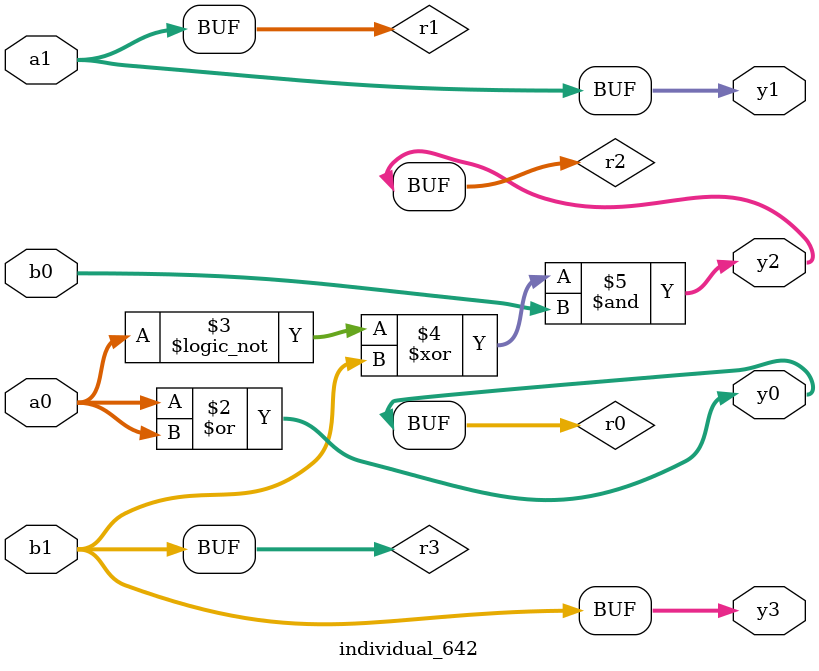
<source format=sv>
module individual_642(input logic [15:0] a1, input logic [15:0] a0, input logic [15:0] b1, input logic [15:0] b0, output logic [15:0] y3, output logic [15:0] y2, output logic [15:0] y1, output logic [15:0] y0);
logic [15:0] r0, r1, r2, r3; 
 always@(*) begin 
	 r0 = a0; r1 = a1; r2 = b0; r3 = b1; 
 	 r0  |=  a0 ;
 	 r2 = ! a0 ;
 	 r2  ^=  r3 ;
 	 r2  &=  b0 ;
 	 y3 = r3; y2 = r2; y1 = r1; y0 = r0; 
end
endmodule
</source>
